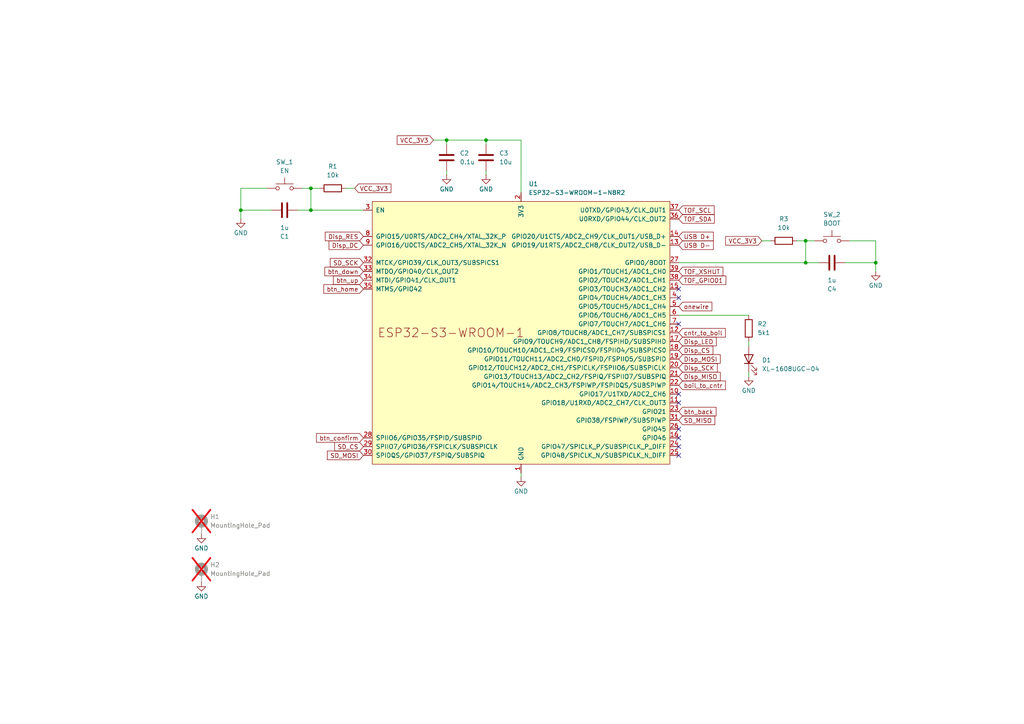
<source format=kicad_sch>
(kicad_sch (version 20231120) (generator "eeschema") (generator_version "8.0")
  (paper "A4")
  (title_block (title "Power and ESP32-S3"))
  (lib_symbols
    (symbol "Device:C" (pin_numbers hide) (pin_names (offset 0.254))
      (property "Reference" "C" (at 0.635 2.54 0))
      (property "Value" "C" (at 0.635 -2.54 0))
      (symbol "C_0_1"
        (polyline (pts (xy -2.032 -0.762) (xy 2.032 -0.762)) (stroke (width 0.508)))
        (polyline (pts (xy -2.032 0.762) (xy 2.032 0.762)) (stroke (width 0.508)))
      )
      (symbol "C_1_1"
        (pin passive line (at 0 3.81 270) (length 2.794) (name "~") (number "1"))
        (pin passive line (at 0 -3.81 90) (length 2.794) (name "~") (number "2"))
      )
    )
    (symbol "Device:LED" (pin_numbers hide) (pin_names (offset 1.016) hide)
      (property "Reference" "D" (at 0 2.54 0))
      (property "Value" "LED" (at 0 -2.54 0))
      (symbol "LED_0_1"
        (polyline (pts (xy -1.27 -1.27) (xy -1.27 1.27)) (stroke (width 0.254)))
        (polyline (pts (xy -1.27 0) (xy 1.27 0)))
        (polyline (pts (xy 1.27 -1.27) (xy 1.27 1.27) (xy -1.27 0) (xy 1.27 -1.27)) (stroke (width 0.254)))
        (polyline (pts (xy -3.048 -0.762) (xy -4.572 -2.286) (xy -3.81 -2.286) (xy -4.572 -2.286) (xy -4.572 -1.524)))
        (polyline (pts (xy -1.778 -0.762) (xy -3.302 -2.286) (xy -2.54 -2.286) (xy -3.302 -2.286) (xy -3.302 -1.524)))
      )
      (symbol "LED_1_1"
        (pin passive line (at -3.81 0 0) (length 2.54) (name "K") (number "1"))
        (pin passive line (at 3.81 0 180) (length 2.54) (name "A") (number "2"))
      )
    )
    (symbol "Device:R" (pin_numbers hide) (pin_names (offset 0))
      (property "Reference" "R" (at 2.032 0 90))
      (property "Value" "R" (at 0 0 90))
      (symbol "R_0_1"
        (rectangle (start -1.016 -2.54) (end 1.016 2.54) (stroke (width 0.254)))
      )
      (symbol "R_1_1"
        (pin passive line (at 0 3.81 270) (length 1.27) (name "~") (number "1"))
        (pin passive line (at 0 -3.81 90) (length 1.27) (name "~") (number "2"))
      )
    )
    (symbol "Mechanical:MountingHole_Pad" (pin_numbers hide) (pin_names (offset 1.016) hide) (exclude_from_sim yes) (in_bom no)
      (property "Reference" "H" (at 0 6.35 0))
      (property "Value" "MountingHole_Pad" (at 0 4.445 0))
      (symbol "MountingHole_Pad_0_1"
        (circle (center 0 1.27) (radius 1.27) (stroke (width 1.27)))
      )
      (symbol "MountingHole_Pad_1_1"
        (pin input line (at 0 -2.54 90) (length 2.54) (name "1") (number "1"))
      )
    )
    (symbol "PCM_Espressif:ESP32-S3-WROOM-1" (pin_names (offset 1.016))
      (property "Reference" "U" (at -43.18 43.18 0))
      (property "Value" "ESP32-S3-WROOM-1" (at -43.18 40.64 0))
      (symbol "ESP32-S3-WROOM-1_0_0"
        (text "ESP32-S3-WROOM-1" (at -20.32 0 0) (effects (font (size 2.54 2.54))))
        (pin power_in line (at 0 -40.64 90) (length 2.54) (name "GND") (number "1"))
        (pin bidirectional line (at 45.72 -17.78 180) (length 2.54) (name "GPIO17/U1TXD/ADC2_CH6") (number "10"))
        (pin bidirectional line (at 45.72 -20.32 180) (length 2.54) (name "GPIO18/U1RXD/ADC2_CH7/CLK_OUT3") (number "11"))
        (pin bidirectional line (at 45.72 0 180) (length 2.54) (name "GPIO8/TOUCH8/ADC1_CH7/SUBSPICS1") (number "12"))
        (pin bidirectional line (at 45.72 25.4 180) (length 2.54) (name "GPIO19/U1RTS/ADC2_CH8/CLK_OUT2/USB_D-") (number "13"))
        (pin bidirectional line (at 45.72 27.94 180) (length 2.54) (name "GPIO20/U1CTS/ADC2_CH9/CLK_OUT1/USB_D+") (number "14"))
        (pin bidirectional line (at 45.72 12.7 180) (length 2.54) (name "GPIO3/TOUCH3/ADC1_CH2") (number "15"))
        (pin bidirectional line (at 45.72 -30.48 180) (length 2.54) (name "GPIO46") (number "16"))
        (pin bidirectional line (at 45.72 -2.54 180) (length 2.54) (name "GPIO9/TOUCH9/ADC1_CH8/FSPIHD/SUBSPIHD") (number "17"))
        (pin bidirectional line (at 45.72 -5.08 180) (length 2.54) (name "GPIO10/TOUCH10/ADC1_CH9/FSPICS0/FSPIIO4/SUBSPICS0") (number "18"))
        (pin bidirectional line (at 45.72 -7.62 180) (length 2.54) (name "GPIO11/TOUCH11/ADC2_CH0/FSPID/FSPIIO5/SUBSPID") (number "19"))
        (pin power_in line (at 0 40.64 270) (length 2.54) (name "3V3") (number "2"))
        (pin bidirectional line (at 45.72 -10.16 180) (length 2.54) (name "GPIO12/TOUCH12/ADC2_CH1/FSPICLK/FSPIIO6/SUBSPICLK") (number "20"))
        (pin bidirectional line (at 45.72 -12.7 180) (length 2.54) (name "GPIO13/TOUCH13/ADC2_CH2/FSPIQ/FSPIIO7/SUBSPIQ") (number "21"))
        (pin bidirectional line (at 45.72 -15.24 180) (length 2.54) (name "GPIO14/TOUCH14/ADC2_CH3/FSPIWP/FSPIDQS/SUBSPIWP") (number "22"))
        (pin bidirectional line (at 45.72 -22.86 180) (length 2.54) (name "GPIO21") (number "23"))
        (pin bidirectional line (at 45.72 -33.02 180) (length 2.54) (name "GPIO47/SPICLK_P/SUBSPICLK_P_DIFF") (number "24"))
        (pin bidirectional line (at 45.72 -35.56 180) (length 2.54) (name "GPIO48/SPICLK_N/SUBSPICLK_N_DIFF") (number "25"))
        (pin bidirectional line (at 45.72 -27.94 180) (length 2.54) (name "GPIO45") (number "26"))
        (pin bidirectional line (at 45.72 20.32 180) (length 2.54) (name "GPIO0/BOOT") (number "27"))
        (pin bidirectional line (at -45.72 -30.48 0) (length 2.54) (name "SPIIO6/GPIO35/FSPID/SUBSPID") (number "28"))
        (pin bidirectional line (at -45.72 -33.02 0) (length 2.54) (name "SPIIO7/GPIO36/FSPICLK/SUBSPICLK") (number "29"))
        (pin input line (at -45.72 35.56 0) (length 2.54) (name "EN") (number "3"))
        (pin bidirectional line (at -45.72 -35.56 0) (length 2.54) (name "SPIDQS/GPIO37/FSPIQ/SUBSPIQ") (number "30"))
        (pin bidirectional line (at 45.72 -25.4 180) (length 2.54) (name "GPIO38/FSPIWP/SUBSPIWP") (number "31"))
        (pin bidirectional line (at -45.72 20.32 0) (length 2.54) (name "MTCK/GPIO39/CLK_OUT3/SUBSPICS1") (number "32"))
        (pin bidirectional line (at -45.72 17.78 0) (length 2.54) (name "MTDO/GPIO40/CLK_OUT2") (number "33"))
        (pin bidirectional line (at -45.72 15.24 0) (length 2.54) (name "MTDI/GPIO41/CLK_OUT1") (number "34"))
        (pin bidirectional line (at -45.72 12.7 0) (length 2.54) (name "MTMS/GPIO42") (number "35"))
        (pin bidirectional line (at 45.72 33.02 180) (length 2.54) (name "U0RXD/GPIO44/CLK_OUT2") (number "36"))
        (pin bidirectional line (at 45.72 35.56 180) (length 2.54) (name "U0TXD/GPIO43/CLK_OUT1") (number "37"))
        (pin bidirectional line (at 45.72 15.24 180) (length 2.54) (name "GPIO2/TOUCH2/ADC1_CH1") (number "38"))
        (pin bidirectional line (at 45.72 17.78 180) (length 2.54) (name "GPIO1/TOUCH1/ADC1_CH0") (number "39"))
        (pin bidirectional line (at 45.72 10.16 180) (length 2.54) (name "GPIO4/TOUCH4/ADC1_CH3") (number "4"))
        (pin passive line (at 0 -40.64 90) (length 2.54) hide (name "GND") (number "40"))
        (pin passive line (at 0 -40.64 90) (length 2.54) hide (name "GND") (number "41"))
        (pin bidirectional line (at 45.72 7.62 180) (length 2.54) (name "GPIO5/TOUCH5/ADC1_CH4") (number "5"))
        (pin bidirectional line (at 45.72 5.08 180) (length 2.54) (name "GPIO6/TOUCH6/ADC1_CH5") (number "6"))
        (pin bidirectional line (at 45.72 2.54 180) (length 2.54) (name "GPIO7/TOUCH7/ADC1_CH6") (number "7"))
        (pin bidirectional line (at -45.72 27.94 0) (length 2.54) (name "GPIO15/U0RTS/ADC2_CH4/XTAL_32K_P") (number "8"))
        (pin bidirectional line (at -45.72 25.4 0) (length 2.54) (name "GPIO16/U0CTS/ADC2_CH5/XTAL_32K_N") (number "9"))
      )
      (symbol "ESP32-S3-WROOM-1_0_1"
        (rectangle (start -43.18 38.1) (end 43.18 -38.1) (fill (type background)))
      )
    )
    (symbol "Switch:SW_Push" (pin_numbers hide) (pin_names (offset 1.016) hide)
      (property "Reference" "SW" (at 1.27 2.54 0))
      (property "Value" "SW_Push" (at 0 -1.524 0))
      (symbol "SW_Push_0_1"
        (circle (center -2.032 0) (radius 0.508))
        (polyline (pts (xy 0 1.27) (xy 0 3.048)))
        (polyline (pts (xy 2.54 1.27) (xy -2.54 1.27)))
        (circle (center 2.032 0) (radius 0.508))
        (pin passive line (at -5.08 0 0) (length 2.54) (name "1") (number "1"))
        (pin passive line (at 5.08 0 180) (length 2.54) (name "2") (number "2"))
      )
    )
    (symbol "power:GND" (power) (pin_numbers hide) (pin_names (offset 0) hide)
      (property "Value" "GND" (at 0 -3.81 0))
      (symbol "GND_0_1"
        (polyline (pts (xy 0 0) (xy 0 -1.27) (xy 1.27 -1.27) (xy 0 -2.54) (xy -1.27 -1.27) (xy 0 -1.27)))
      )
      (symbol "GND_1_1"
        (pin power_in line (at 0 0 270) (length 0) (name "~") (number "1"))
      )
    )
  )
  (junction (at 90.17 60.96))
  (junction (at 129.54 40.64))
  (junction (at 69.85 60.96))
  (junction (at 233.68 76.2))
  (junction (at 233.68 69.85))
  (junction (at 90.17 54.61))
  (junction (at 140.97 40.64))
  (junction (at 254 76.2))
  (no_connect (at 196.85 83.82))
  (no_connect (at 196.85 132.08))
  (no_connect (at 196.85 129.54))
  (no_connect (at 196.85 114.3))
  (no_connect (at 196.85 86.36))
  (no_connect (at 196.85 127))
  (no_connect (at 196.85 93.98))
  (no_connect (at 196.85 116.84))
  (no_connect (at 196.85 124.46))
  (wire (pts (xy 217.17 107.95) (xy 217.17 109.22)))
  (wire (pts (xy 254 69.85) (xy 254 76.2)))
  (wire (pts (xy 90.17 60.96) (xy 105.41 60.96)))
  (wire (pts (xy 245.11 76.2) (xy 254 76.2)))
  (wire (pts (xy 100.33 54.61) (xy 102.87 54.61)))
  (wire (pts (xy 129.54 40.64) (xy 140.97 40.64)))
  (wire (pts (xy 246.38 69.85) (xy 254 69.85)))
  (wire (pts (xy 151.13 40.64) (xy 151.13 55.88)))
  (wire (pts (xy 90.17 54.61) (xy 90.17 60.96)))
  (wire (pts (xy 140.97 49.53) (xy 140.97 50.8)))
  (wire (pts (xy 217.17 99.06) (xy 217.17 100.33)))
  (wire (pts (xy 223.52 69.85) (xy 220.98 69.85)))
  (wire (pts (xy 129.54 49.53) (xy 129.54 50.8)))
  (wire (pts (xy 125.73 40.64) (xy 129.54 40.64)))
  (wire (pts (xy 129.54 40.64) (xy 129.54 41.91)))
  (wire (pts (xy 90.17 60.96) (xy 86.36 60.96)))
  (wire (pts (xy 69.85 60.96) (xy 69.85 63.5)))
  (wire (pts (xy 196.85 91.44) (xy 217.17 91.44)))
  (wire (pts (xy 77.47 54.61) (xy 69.85 54.61)))
  (wire (pts (xy 151.13 40.64) (xy 140.97 40.64)))
  (wire (pts (xy 254 76.2) (xy 254 78.74)))
  (wire (pts (xy 233.68 76.2) (xy 237.49 76.2)))
  (wire (pts (xy 196.85 76.2) (xy 233.68 76.2)))
  (wire (pts (xy 90.17 54.61) (xy 87.63 54.61)))
  (wire (pts (xy 140.97 40.64) (xy 140.97 41.91)))
  (wire (pts (xy 78.74 60.96) (xy 69.85 60.96)))
  (wire (pts (xy 92.71 54.61) (xy 90.17 54.61)))
  (wire (pts (xy 69.85 54.61) (xy 69.85 60.96)))
  (wire (pts (xy 233.68 69.85) (xy 236.22 69.85)))
  (wire (pts (xy 231.14 69.85) (xy 233.68 69.85)))
  (wire (pts (xy 233.68 69.85) (xy 233.68 76.2)))
  (wire (pts (xy 151.13 137.16) (xy 151.13 138.43)))
  (global_label "SD_MISO" (shape input) (at 196.85 121.92 0) (property "Intersheetrefs" "${INTERSHEET_REFS}" (effects (hide yes))))
  (global_label "VCC_3V3" (shape input) (at 102.87 54.61 0) (property "Intersheetrefs" "${INTERSHEET_REFS}" (effects (hide yes))))
  (global_label "USB D-" (shape input) (at 196.85 71.12 0) (property "Intersheetrefs" "${INTERSHEET_REFS}" (effects (hide yes))))
  (global_label "Disp_RES" (shape input) (at 105.41 68.58 180) (property "Intersheetrefs" "${INTERSHEET_REFS}" (effects (hide yes))))
  (global_label "btn_confirm" (shape input) (at 105.41 127 180) (property "Intersheetrefs" "${INTERSHEET_REFS}" (effects (hide yes))))
  (global_label "SD_SCK" (shape input) (at 105.41 76.2 180) (property "Intersheetrefs" "${INTERSHEET_REFS}" (effects (hide yes))))
  (global_label "btn_home" (shape input) (at 105.41 83.82 180) (property "Intersheetrefs" "${INTERSHEET_REFS}" (effects (hide yes))))
  (global_label "Disp_DC" (shape input) (at 105.41 71.12 180) (property "Intersheetrefs" "${INTERSHEET_REFS}" (effects (hide yes))))
  (global_label "onewire" (shape input) (at 196.85 88.9 0) (property "Intersheetrefs" "${INTERSHEET_REFS}" (effects (hide yes))))
  (global_label "btn_down" (shape input) (at 105.41 78.74 180) (property "Intersheetrefs" "${INTERSHEET_REFS}" (effects (hide yes))))
  (global_label "Disp_MISO" (shape input) (at 196.85 109.22 0) (property "Intersheetrefs" "${INTERSHEET_REFS}" (effects (hide yes))))
  (global_label "VCC_3V3" (shape input) (at 125.73 40.64 180) (property "Intersheetrefs" "${INTERSHEET_REFS}" (effects (hide yes))))
  (global_label "cntr_to_boil" (shape input) (at 196.85 96.52 0) (property "Intersheetrefs" "${INTERSHEET_REFS}" (effects (hide yes))))
  (global_label "TOF_GPIO01" (shape input) (at 196.85 81.28 0) (property "Intersheetrefs" "${INTERSHEET_REFS}" (effects (hide yes))))
  (global_label "btn_back" (shape input) (at 196.85 119.38 0) (property "Intersheetrefs" "${INTERSHEET_REFS}" (effects (hide yes))))
  (global_label "SD_MOSI" (shape input) (at 105.41 132.08 180) (property "Intersheetrefs" "${INTERSHEET_REFS}" (effects (hide yes))))
  (global_label "boil_to_cntr" (shape input) (at 196.85 111.76 0) (property "Intersheetrefs" "${INTERSHEET_REFS}" (effects (hide yes))))
  (global_label "Disp_MOSI" (shape input) (at 196.85 104.14 0) (property "Intersheetrefs" "${INTERSHEET_REFS}" (effects (hide yes))))
  (global_label "USB D+" (shape input) (at 196.85 68.58 0) (property "Intersheetrefs" "${INTERSHEET_REFS}" (effects (hide yes))))
  (global_label "btn_up" (shape input) (at 105.41 81.28 180) (property "Intersheetrefs" "${INTERSHEET_REFS}" (effects (hide yes))))
  (global_label "TOF_XSHUT" (shape input) (at 196.85 78.74 0) (property "Intersheetrefs" "${INTERSHEET_REFS}" (effects (hide yes))))
  (global_label "SD_CS" (shape input) (at 105.41 129.54 180) (property "Intersheetrefs" "${INTERSHEET_REFS}" (effects (hide yes))))
  (global_label "TOF_SDA" (shape input) (at 196.85 63.5 0) (property "Intersheetrefs" "${INTERSHEET_REFS}" (effects (hide yes))))
  (global_label "Disp_LED" (shape input) (at 196.85 99.06 0) (property "Intersheetrefs" "${INTERSHEET_REFS}" (effects (hide yes))))
  (global_label "Disp_CS" (shape input) (at 196.85 101.6 0) (property "Intersheetrefs" "${INTERSHEET_REFS}" (effects (hide yes))))
  (global_label "VCC_3V3" (shape input) (at 220.98 69.85 180) (property "Intersheetrefs" "${INTERSHEET_REFS}" (effects (hide yes))))
  (global_label "TOF_SCL" (shape input) (at 196.85 60.96 0) (property "Intersheetrefs" "${INTERSHEET_REFS}" (effects (hide yes))))
  (global_label "Disp_SCK" (shape input) (at 196.85 106.68 0) (property "Intersheetrefs" "${INTERSHEET_REFS}" (effects (hide yes))))
  (symbol (lib_id "power:GND") (at 140.97 50.8 0) (unit 1)
    (property "Reference" "#PWR05" (effects (hide yes)))
    (property "Value" "GND" (at 140.97 54.864 0))
    (property "Description" "Power symbol creates a global label with name \"GND\" , ground" (effects (hide yes)))
  )
  (symbol (lib_id "PCM_Espressif:ESP32-S3-WROOM-1") (at 151.13 96.52 0) (unit 1)
    (property "Reference" "U1" (at 153.3241 53.34 0) (effects (justify left)))
    (property "Value" "ESP32-S3-WROOM-1-N8R2" (at 153.3241 55.88 0) (effects (justify left)))
    (property "Footprint" "PCM_Espressif:ESP32-S3-WROOM-1" (effects (hide yes)))
    (property "Datasheet" "https://www.espressif.com/sites/default/files/documentation/esp32-s3-wroom-1_wroom-1u_datasheet_en.pdf" (effects (hide yes)))
    (property "Description" "2.4 GHz WiFi (802.11 b/g/n) and Bluetooth ® 5 (LE) module Built around ESP32S3 series of SoCs, Xtensa ® dualcore 32bit LX7 microprocessor Flash up to 16 MB, PSRAM up to 8 MB 36 GPIOs, rich set of peripherals Onboard PCB antenna" (effects (hide yes)))
    (property "LCSC Part # " "C2913204" (effects (hide yes)))
  )
  (symbol (lib_id "Switch:SW_Push") (at 241.3 69.85 0) (unit 1)
    (property "Reference" "SW_2" (at 241.3 62.23 0))
    (property "Value" "BOOT" (at 241.3 64.77 0))
    (property "Footprint" "Button_Switch_SMD:SW_SPST_TL3342" (effects (hide yes)))
    (property "Datasheet" "https://www.lcsc.com/datasheet/lcsc_datasheet_2304140030_XKB-Connection-TS-1187A-B-A-B_C318884.pdf" (effects (hide yes)))
    (property "Description" "Push button switch, generic, two pins" (effects (hide yes)))
    (property "LCSC Part # " "C318884" (effects (hide yes)))
  )
  (symbol (lib_id "Device:R") (at 227.33 69.85 90) (mirror x) (unit 1)
    (property "Reference" "R3" (at 227.33 63.5 90))
    (property "Value" "10k" (at 227.33 66.04 90))
    (property "Footprint" "Resistor_SMD:R_0603_1608Metric" (effects (hide yes)))
    (property "Datasheet" "https://www.lcsc.com/datasheet/lcsc_datasheet_2206010045_UNI-ROYAL-Uniroyal-Elec-0603WAF1002T5E_C25804.pdf" (effects (hide yes)))
    (property "Description" "100mW Thick Film Resistors 75V ±100ppm/℃ ±1% 10kΩ 0603 Chip Resistor - Surface Mount ROHS" (effects (hide yes)))
    (property "LCSC Part # " "C25804" (effects (hide yes)))
  )
  (symbol (lib_id "Mechanical:MountingHole_Pad") (at 58.42 166.37 0) (unit 1) (exclude_from_sim yes) (in_bom no) (dnp yes)
    (property "Reference" "H2" (at 60.96 163.8299 0) (effects (justify left)))
    (property "Value" "MountingHole_Pad" (at 60.96 166.3699 0) (effects (justify left)))
    (property "Footprint" "MountingHole:MountingHole_3.2mm_M3_ISO7380_Pad_TopBottom" (effects (hide yes)))
    (property "Description" "Mounting Hole with connection" (effects (hide yes)))
  )
  (symbol (lib_id "power:GND") (at 254 78.74 0) (unit 1)
    (property "Reference" "#PWR08" (effects (hide yes)))
    (property "Value" "GND" (at 254 82.804 0))
    (property "Description" "Power symbol creates a global label with name \"GND\" , ground" (effects (hide yes)))
  )
  (symbol (lib_id "Device:C") (at 140.97 45.72 0) (unit 1)
    (property "Reference" "C3" (at 144.78 44.4499 0) (effects (justify left)))
    (property "Value" "10u" (at 144.78 46.9899 0) (effects (justify left)))
    (property "Footprint" "Capacitor_SMD:C_0402_1005Metric" (effects (hide yes)))
    (property "Datasheet" "https://www.lcsc.com/datasheet/lcsc_datasheet_2208231630_Samsung-Electro-Mechanics-CL05A106MQ5NUNC_C15525.pdf" (effects (hide yes)))
    (property "Description" "6.3V 10uF X5R ±20% 0402 Multilayer Ceramic Capacitors MLCC - SMD/SMT ROHS" (effects (hide yes)))
    (property "LCSC Part # " "C15525" (effects (hide yes)))
  )
  (symbol (lib_id "Device:LED") (at 217.17 104.14 90) (unit 1)
    (property "Reference" "D1" (at 220.98 104.4574 90) (effects (justify right)))
    (property "Value" "XL-1608UGC-04" (at 220.98 106.9974 90) (effects (justify right)))
    (property "Footprint" "LED_SMD:LED_0603_1608Metric" (effects (hide yes)))
    (property "Datasheet" "https://wmsc.lcsc.com/wmsc/upload/file/pdf/v2/lcsc/2402181505_XINGLIGHT-XL-1608UGC-04_C965804.pdf" (effects (hide yes)))
    (property "Description" "LED, green, 520nm" (effects (hide yes)))
    (property "LCSC Part # " "C965804" (effects (hide yes)))
  )
  (symbol (lib_id "Device:R") (at 217.17 95.25 180) (unit 1)
    (property "Reference" "R2" (at 219.71 93.9799 0) (effects (justify right)))
    (property "Value" "5k1" (at 219.71 96.5199 0) (effects (justify right)))
    (property "Footprint" "Resistor_SMD:R_0603_1608Metric" (effects (hide yes)))
    (property "Description" "100mW Thick Film Resistors 75V ±100ppm/℃ ±1% 5.1kΩ 0603 Chip Resistor - Surface Mount ROHS" (effects (hide yes)))
    (property "LCSC Part # " "C23186" (effects (hide yes)))
  )
  (symbol (lib_id "Device:R") (at 96.52 54.61 270) (unit 1)
    (property "Reference" "R1" (at 96.52 48.26 90))
    (property "Value" "10k" (at 96.52 50.8 90))
    (property "Footprint" "Resistor_SMD:R_0603_1608Metric" (effects (hide yes)))
    (property "Datasheet" "https://www.lcsc.com/datasheet/lcsc_datasheet_2206010045_UNI-ROYAL-Uniroyal-Elec-0603WAF1002T5E_C25804.pdf" (effects (hide yes)))
    (property "Description" "100mW Thick Film Resistors 75V ±100ppm/℃ ±1% 10kΩ 0603 Chip Resistor - Surface Mount ROHS" (effects (hide yes)))
    (property "LCSC Part # " "C25804" (effects (hide yes)))
  )
  (symbol (lib_id "power:GND") (at 69.85 63.5 0) (mirror y) (unit 1)
    (property "Reference" "#PWR03" (effects (hide yes)))
    (property "Value" "GND" (at 69.85 67.564 0))
    (property "Description" "Power symbol creates a global label with name \"GND\" , ground" (effects (hide yes)))
  )
  (symbol (lib_id "power:GND") (at 151.13 138.43 0) (unit 1)
    (property "Reference" "#PWR06" (effects (hide yes)))
    (property "Value" "GND" (at 151.13 142.494 0))
    (property "Description" "Power symbol creates a global label with name \"GND\" , ground" (effects (hide yes)))
  )
  (symbol (lib_id "power:GND") (at 129.54 50.8 0) (unit 1)
    (property "Reference" "#PWR04" (effects (hide yes)))
    (property "Value" "GND" (at 129.54 54.864 0))
    (property "Description" "Power symbol creates a global label with name \"GND\" , ground" (effects (hide yes)))
  )
  (symbol (lib_id "power:GND") (at 58.42 168.91 0) (unit 1)
    (property "Reference" "#PWR02" (effects (hide yes)))
    (property "Value" "GND" (at 58.42 172.974 0))
    (property "Description" "Power symbol creates a global label with name \"GND\" , ground" (effects (hide yes)))
  )
  (symbol (lib_id "Device:C") (at 241.3 76.2 90) (mirror x) (unit 1)
    (property "Reference" "C4" (at 241.3 83.82 90))
    (property "Value" "1u" (at 241.3 81.28 90))
    (property "Footprint" "Capacitor_SMD:C_0603_1608Metric" (effects (hide yes)))
    (property "Datasheet" "https://www.lcsc.com/datasheet/lcsc_datasheet_2304140030_Samsung-Electro-Mechanics-CL10A105KB8NNNC_C15849.pdf" (effects (hide yes)))
    (property "Description" "50V 1uF X5R ±10% 0603 Multilayer Ceramic Capacitors MLCC - SMD/SMT ROHS" (effects (hide yes)))
    (property "LCSC Part # " "C15849" (effects (hide yes)))
  )
  (symbol (lib_id "power:GND") (at 58.42 154.94 0) (unit 1)
    (property "Reference" "#PWR01" (effects (hide yes)))
    (property "Value" "GND" (at 58.42 159.004 0))
    (property "Description" "Power symbol creates a global label with name \"GND\" , ground" (effects (hide yes)))
  )
  (symbol (lib_id "Device:C") (at 82.55 60.96 270) (unit 1)
    (property "Reference" "C1" (at 82.55 68.58 90))
    (property "Value" "1u" (at 82.55 66.04 90))
    (property "Footprint" "Capacitor_SMD:C_0603_1608Metric" (effects (hide yes)))
    (property "Datasheet" "https://www.lcsc.com/datasheet/lcsc_datasheet_2304140030_Samsung-Electro-Mechanics-CL10A105KB8NNNC_C15849.pdf" (effects (hide yes)))
    (property "Description" "50V 1uF X5R ±10% 0603 Multilayer Ceramic Capacitors MLCC - SMD/SMT ROHS" (effects (hide yes)))
    (property "LCSC Part # " "C15849" (effects (hide yes)))
  )
  (symbol (lib_id "power:GND") (at 217.17 109.22 0) (unit 1)
    (property "Reference" "#PWR07" (effects (hide yes)))
    (property "Value" "GND" (at 217.17 113.284 0))
    (property "Description" "Power symbol creates a global label with name \"GND\" , ground" (effects (hide yes)))
  )
  (symbol (lib_id "Device:C") (at 129.54 45.72 0) (unit 1)
    (property "Reference" "C2" (at 133.35 44.4499 0) (effects (justify left)))
    (property "Value" "0.1u" (at 133.35 46.9899 0) (effects (justify left)))
    (property "Footprint" "Capacitor_SMD:C_0603_1608Metric" (effects (hide yes)))
    (property "Datasheet" "https://www.lcsc.com/datasheet/lcsc_datasheet_2211101700_YAGEO-CC0603KRX7R9BB104_C14663.pdf" (effects (hide yes)))
    (property "Description" "50V 100nF X7R ±10% 0603 Multilayer Ceramic Capacitors MLCC - SMD/SMT ROHS" (effects (hide yes)))
    (property "LCSC Part # " "C14663" (effects (hide yes)))
  )
  (symbol (lib_id "Switch:SW_Push") (at 82.55 54.61 0) (mirror y) (unit 1)
    (property "Reference" "SW_1" (at 82.55 46.99 0))
    (property "Value" "EN" (at 82.55 49.53 0))
    (property "Footprint" "Button_Switch_SMD:SW_SPST_TL3342" (effects (hide yes)))
    (property "Datasheet" "https://www.lcsc.com/datasheet/lcsc_datasheet_2304140030_XKB-Connection-TS-1187A-B-A-B_C318884.pdf" (effects (hide yes)))
    (property "Description" "Push button switch, generic, two pins" (effects (hide yes)))
    (property "LCSC Part # " "C318884" (effects (hide yes)))
  )
  (symbol (lib_id "Mechanical:MountingHole_Pad") (at 58.42 152.4 0) (unit 1) (exclude_from_sim yes) (in_bom no) (dnp yes)
    (property "Reference" "H1" (at 60.96 149.8599 0) (effects (justify left)))
    (property "Value" "MountingHole_Pad" (at 60.96 152.3999 0) (effects (justify left)))
    (property "Footprint" "MountingHole:MountingHole_3.2mm_M3_ISO7380_Pad_TopBottom" (effects (hide yes)))
    (property "Description" "Mounting Hole with connection" (effects (hide yes)))
  )
)
</source>
